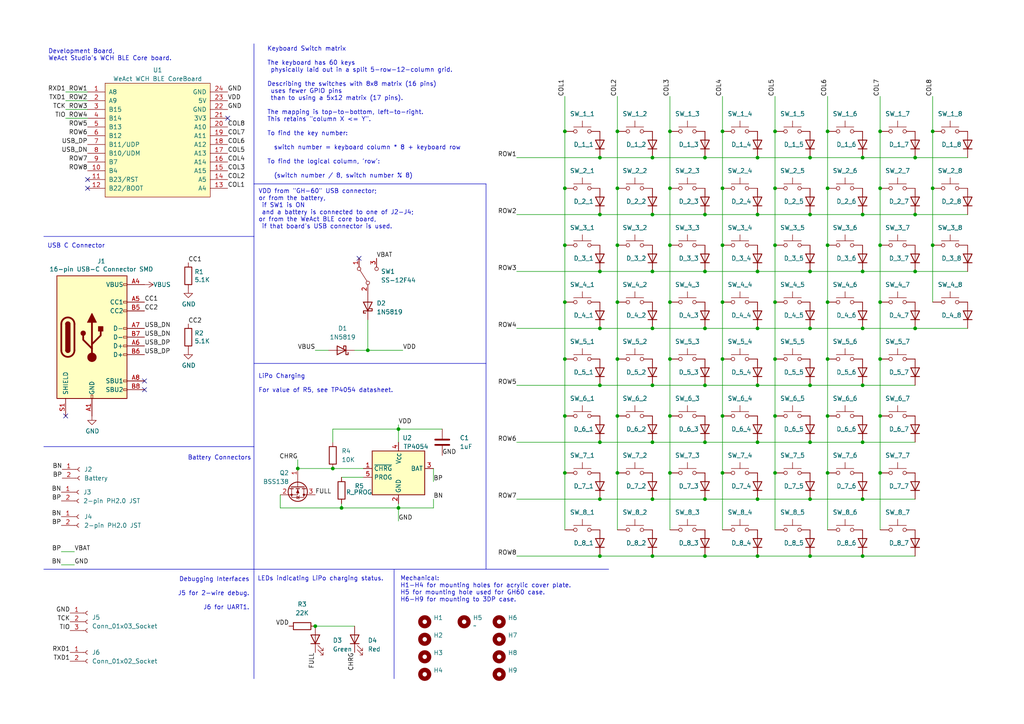
<source format=kicad_sch>
(kicad_sch (version 20250114) (generator "eeschema") (generator_version "9.0")
  (paper "A4")
  (title_block (title "WABBLE-60") (date "2024-06-27") (rev "2024.2") (company "Richard Goulter (github.com/rgoulter)") (comment 3 "Uses WeAct's BLE Core Board") (comment 4 "Keyboard PCB: 60 keys with logical 8x8 grid"))
  (text "LiPo Charging\n\nFor value of R5, see TP4054 datasheet." (at 74.93 114.046 0) (effects (font (size 1.27 1.27)) (justify left bottom)))
  (text "Keyboard Switch matrix\n\nThe keyboard has 60 keys\n physically laid out in a split 5-row-12-column grid.\n\nDescribing the switches with 8x8 matrix (16 pins)\n uses fewer GPIO pins\n than to using a 5x12 matrix (17 pins).\n\nThe mapping is top-to-bottom, left-to-right.\nThis retains \"column X <= Y\".\n\nTo find the key number:\n\n  switch number = keyboard column * 8 + keyboard row\n\nTo find the logical column, 'row':\n\n  (switch number / 8, switch number % 8)" (at 77.47 51.816 0) (effects (font (size 1.27 1.27)) (justify left bottom)))
  (text "Debugging Interfaces\n\nJ5 for 2-wire debug.\n\nJ6 for UART1." (at 72.39 177.038 0) (effects (font (size 1.27 1.27)) (justify right bottom)))
  (text "LEDs indicating LiPo charging status." (at 74.676 168.656 0) (effects (font (size 1.27 1.27)) (justify left bottom)))
  (text "Battery Connectors" (at 72.898 133.604 0) (effects (font (size 1.27 1.27)) (justify right bottom)))
  (text "USB C Connector" (at 30.48 72.136 0) (effects (font (size 1.27 1.27)) (justify right bottom)))
  (text "VDD from \"GH-60\" USB connector;\nor from the battery,\n if SW1 is ON\n and a battery is connected to one of J2-J4;\nor from the WeAct BLE core board,\n if that board's USB connector is used." (at 74.93 66.548 0) (effects (font (size 1.27 1.27)) (justify left bottom)))
  (text "Development Board,\nWeAct Studio's WCH BLE Core board." (at 13.97 17.78 0) (effects (font (size 1.27 1.27)) (justify left bottom)))
  (text "Mechanical:\nH1-H4 for mounting holes for acrylic cover plate.\nH5 for mounting hole used for GH60 case.\nH6-H9 for mounting to 3DP case." (at 116.078 174.752 0) (effects (font (size 1.27 1.27)) (justify left bottom)))
  (junction (at 173.99 111.76))
  (junction (at 270.51 38.1))
  (junction (at 234.95 161.29))
  (junction (at 96.52 135.89))
  (junction (at 163.83 71.12))
  (junction (at 234.95 78.74))
  (junction (at 234.95 95.25))
  (junction (at 163.83 38.1))
  (junction (at 204.47 144.78))
  (junction (at 219.71 62.23))
  (junction (at 255.27 87.63))
  (junction (at 250.19 78.74))
  (junction (at 209.55 71.12))
  (junction (at 173.99 128.27))
  (junction (at 209.55 120.65))
  (junction (at 270.51 54.61))
  (junction (at 163.83 87.63))
  (junction (at 234.95 144.78))
  (junction (at 250.19 111.76))
  (junction (at 234.95 45.72))
  (junction (at 189.23 161.29))
  (junction (at 240.03 71.12))
  (junction (at 224.79 87.63))
  (junction (at 209.55 137.16))
  (junction (at 204.47 161.29))
  (junction (at 255.27 120.65))
  (junction (at 173.99 45.72))
  (junction (at 204.47 111.76))
  (junction (at 255.27 54.61))
  (junction (at 189.23 62.23))
  (junction (at 250.19 95.25))
  (junction (at 255.27 137.16))
  (junction (at 250.19 144.78))
  (junction (at 189.23 95.25))
  (junction (at 204.47 128.27))
  (junction (at 209.55 54.61))
  (junction (at 163.83 137.16))
  (junction (at 204.47 95.25))
  (junction (at 265.43 78.74))
  (junction (at 224.79 120.65))
  (junction (at 163.83 120.65))
  (junction (at 115.57 147.32))
  (junction (at 224.79 71.12))
  (junction (at 86.36 135.89))
  (junction (at 173.99 144.78))
  (junction (at 234.95 128.27))
  (junction (at 234.95 62.23))
  (junction (at 224.79 38.1))
  (junction (at 194.31 54.61))
  (junction (at 219.71 161.29))
  (junction (at 255.27 38.1))
  (junction (at 115.57 124.46))
  (junction (at 179.07 104.14))
  (junction (at 219.71 144.78))
  (junction (at 234.95 111.76))
  (junction (at 250.19 128.27))
  (junction (at 265.43 45.72))
  (junction (at 224.79 137.16))
  (junction (at 189.23 144.78))
  (junction (at 219.71 78.74))
  (junction (at 209.55 38.1))
  (junction (at 250.19 62.23))
  (junction (at 99.06 147.32))
  (junction (at 219.71 111.76))
  (junction (at 204.47 62.23))
  (junction (at 265.43 95.25))
  (junction (at 250.19 161.29))
  (junction (at 194.31 120.65))
  (junction (at 255.27 104.14))
  (junction (at 179.07 38.1))
  (junction (at 173.99 95.25))
  (junction (at 163.83 104.14))
  (junction (at 189.23 128.27))
  (junction (at 173.99 78.74))
  (junction (at 270.51 71.12))
  (junction (at 179.07 137.16))
  (junction (at 265.43 62.23))
  (junction (at 240.03 38.1))
  (junction (at 209.55 104.14))
  (junction (at 219.71 45.72))
  (junction (at 250.19 45.72))
  (junction (at 179.07 54.61))
  (junction (at 224.79 54.61))
  (junction (at 91.44 181.61))
  (junction (at 219.71 95.25))
  (junction (at 240.03 104.14))
  (junction (at 255.27 71.12))
  (junction (at 194.31 137.16))
  (junction (at 163.83 54.61))
  (junction (at 204.47 45.72))
  (junction (at 204.47 78.74))
  (junction (at 189.23 45.72))
  (junction (at 240.03 120.65))
  (junction (at 219.71 128.27))
  (junction (at 189.23 111.76))
  (junction (at 173.99 62.23))
  (junction (at 209.55 87.63))
  (junction (at 179.07 87.63))
  (junction (at 179.07 120.65))
  (junction (at 240.03 54.61))
  (junction (at 194.31 71.12))
  (junction (at 194.31 87.63))
  (junction (at 240.03 87.63))
  (junction (at 189.23 78.74))
  (junction (at 240.03 137.16))
  (junction (at 194.31 104.14))
  (junction (at 106.68 101.6))
  (junction (at 194.31 38.1))
  (junction (at 179.07 71.12))
  (junction (at 224.79 104.14))
  (junction (at 173.99 161.29))
  (no_connect (at 19.05 120.65))
  (no_connect (at 41.91 110.49))
  (no_connect (at 66.04 34.29))
  (no_connect (at 104.14 74.93))
  (no_connect (at 25.4 52.07))
  (no_connect (at 25.4 54.61))
  (no_connect (at 41.91 113.03))
  (wire (pts (xy 270.51 54.61) (xy 270.51 71.12)))
  (wire (pts (xy 224.79 38.1) (xy 224.79 54.61)))
  (wire (pts (xy 115.57 123.19) (xy 115.57 124.46)))
  (wire (pts (xy 219.71 128.27) (xy 204.47 128.27)))
  (wire (pts (xy 91.44 181.61) (xy 102.87 181.61)))
  (wire (pts (xy 179.07 137.16) (xy 179.07 153.67)))
  (wire (pts (xy 270.51 71.12) (xy 270.51 87.63)))
  (wire (pts (xy 194.31 54.61) (xy 194.31 71.12)))
  (wire (pts (xy 105.41 138.43) (xy 99.06 138.43)))
  (wire (pts (xy 265.43 144.78) (xy 250.19 144.78)))
  (wire (pts (xy 219.71 95.25) (xy 204.47 95.25)))
  (wire (pts (xy 209.55 104.14) (xy 209.55 120.65)))
  (wire (pts (xy 163.83 54.61) (xy 163.83 71.12)))
  (wire (pts (xy 179.07 54.61) (xy 179.07 71.12)))
  (polyline (pts (xy 73.66 129.54) (xy 73.66 165.1)))
  (wire (pts (xy 96.52 135.89) (xy 105.41 135.89)))
  (wire (pts (xy 17.78 163.83) (xy 21.59 163.83)))
  (wire (pts (xy 115.57 124.46) (xy 128.27 124.46)))
  (wire (pts (xy 255.27 38.1) (xy 255.27 54.61)))
  (wire (pts (xy 209.55 71.12) (xy 209.55 87.63)))
  (wire (pts (xy 234.95 78.74) (xy 250.19 78.74)))
  (wire (pts (xy 265.43 128.27) (xy 250.19 128.27)))
  (polyline (pts (xy 73.66 12.7) (xy 73.66 53.34)))
  (wire (pts (xy 265.43 111.76) (xy 250.19 111.76)))
  (wire (pts (xy 189.23 95.25) (xy 173.99 95.25)))
  (wire (pts (xy 204.47 111.76) (xy 189.23 111.76)))
  (wire (pts (xy 149.86 144.78) (xy 173.99 144.78)))
  (wire (pts (xy 179.07 87.63) (xy 179.07 104.14)))
  (polyline (pts (xy 73.66 53.34) (xy 73.66 68.58)))
  (polyline (pts (xy 140.97 165.1) (xy 176.53 165.1)))
  (polyline (pts (xy 73.66 105.41) (xy 140.97 105.41)))
  (wire (pts (xy 265.43 161.29) (xy 250.19 161.29)))
  (wire (pts (xy 106.68 101.6) (xy 106.68 92.71)))
  (wire (pts (xy 234.95 62.23) (xy 250.19 62.23)))
  (wire (pts (xy 234.95 62.23) (xy 219.71 62.23)))
  (wire (pts (xy 163.83 38.1) (xy 163.83 54.61)))
  (wire (pts (xy 194.31 87.63) (xy 194.31 104.14)))
  (wire (pts (xy 240.03 137.16) (xy 240.03 153.67)))
  (wire (pts (xy 173.99 62.23) (xy 189.23 62.23)))
  (wire (pts (xy 163.83 120.65) (xy 163.83 137.16)))
  (wire (pts (xy 19.05 26.67) (xy 25.4 26.67)))
  (polyline (pts (xy 73.66 68.58) (xy 12.7 68.58)))
  (wire (pts (xy 224.79 54.61) (xy 224.79 71.12)))
  (wire (pts (xy 280.67 95.25) (xy 265.43 95.25)))
  (wire (pts (xy 250.19 45.72) (xy 265.43 45.72)))
  (wire (pts (xy 250.19 128.27) (xy 234.95 128.27)))
  (wire (pts (xy 173.99 111.76) (xy 149.86 111.76)))
  (wire (pts (xy 255.27 104.14) (xy 255.27 120.65)))
  (wire (pts (xy 219.71 45.72) (xy 234.95 45.72)))
  (wire (pts (xy 179.07 38.1) (xy 179.07 54.61)))
  (polyline (pts (xy 73.66 68.58) (xy 73.66 129.54)))
  (wire (pts (xy 204.47 45.72) (xy 219.71 45.72)))
  (wire (pts (xy 189.23 111.76) (xy 173.99 111.76)))
  (wire (pts (xy 204.47 78.74) (xy 219.71 78.74)))
  (wire (pts (xy 204.47 62.23) (xy 219.71 62.23)))
  (wire (pts (xy 234.95 128.27) (xy 219.71 128.27)))
  (wire (pts (xy 204.47 128.27) (xy 189.23 128.27)))
  (wire (pts (xy 204.47 95.25) (xy 189.23 95.25)))
  (wire (pts (xy 102.87 101.6) (xy 106.68 101.6)))
  (wire (pts (xy 179.07 104.14) (xy 179.07 120.65)))
  (wire (pts (xy 204.47 161.29) (xy 189.23 161.29)))
  (wire (pts (xy 219.71 161.29) (xy 204.47 161.29)))
  (wire (pts (xy 209.55 87.63) (xy 209.55 104.14)))
  (wire (pts (xy 19.05 29.21) (xy 25.4 29.21)))
  (wire (pts (xy 179.07 120.65) (xy 179.07 137.16)))
  (wire (pts (xy 265.43 95.25) (xy 250.19 95.25)))
  (wire (pts (xy 250.19 62.23) (xy 265.43 62.23)))
  (wire (pts (xy 173.99 95.25) (xy 149.86 95.25)))
  (wire (pts (xy 99.06 147.32) (xy 115.57 147.32)))
  (wire (pts (xy 189.23 161.29) (xy 173.99 161.29)))
  (wire (pts (xy 115.57 124.46) (xy 96.52 124.46)))
  (wire (pts (xy 189.23 128.27) (xy 173.99 128.27)))
  (wire (pts (xy 240.03 27.94) (xy 240.03 38.1)))
  (wire (pts (xy 86.36 135.89) (xy 96.52 135.89)))
  (wire (pts (xy 194.31 137.16) (xy 194.31 153.67)))
  (wire (pts (xy 106.68 101.6) (xy 116.84 101.6)))
  (wire (pts (xy 209.55 27.94) (xy 209.55 38.1)))
  (wire (pts (xy 194.31 38.1) (xy 194.31 54.61)))
  (polyline (pts (xy 12.7 165.1) (xy 73.66 165.1)))
  (wire (pts (xy 255.27 27.94) (xy 255.27 38.1)))
  (wire (pts (xy 250.19 95.25) (xy 234.95 95.25)))
  (wire (pts (xy 179.07 27.94) (xy 179.07 38.1)))
  (wire (pts (xy 91.44 101.6) (xy 95.25 101.6)))
  (wire (pts (xy 240.03 87.63) (xy 240.03 104.14)))
  (wire (pts (xy 204.47 144.78) (xy 189.23 144.78)))
  (polyline (pts (xy 73.66 53.34) (xy 140.97 53.34)))
  (wire (pts (xy 19.05 34.29) (xy 25.4 34.29)))
  (wire (pts (xy 149.86 128.27) (xy 173.99 128.27)))
  (wire (pts (xy 219.71 144.78) (xy 204.47 144.78)))
  (wire (pts (xy 255.27 137.16) (xy 255.27 153.67)))
  (wire (pts (xy 96.52 124.46) (xy 96.52 128.27)))
  (wire (pts (xy 209.55 54.61) (xy 209.55 71.12)))
  (wire (pts (xy 255.27 54.61) (xy 255.27 71.12)))
  (wire (pts (xy 250.19 45.72) (xy 234.95 45.72)))
  (wire (pts (xy 163.83 71.12) (xy 163.83 87.63)))
  (wire (pts (xy 234.95 111.76) (xy 250.19 111.76)))
  (wire (pts (xy 234.95 111.76) (xy 219.71 111.76)))
  (wire (pts (xy 209.55 137.16) (xy 209.55 153.67)))
  (wire (pts (xy 250.19 161.29) (xy 234.95 161.29)))
  (wire (pts (xy 194.31 71.12) (xy 194.31 87.63)))
  (wire (pts (xy 240.03 71.12) (xy 240.03 87.63)))
  (wire (pts (xy 163.83 104.14) (xy 163.83 120.65)))
  (polyline (pts (xy 73.66 165.1) (xy 140.97 165.1)))
  (wire (pts (xy 81.28 147.32) (xy 81.28 143.51)))
  (wire (pts (xy 255.27 87.63) (xy 255.27 104.14)))
  (polyline (pts (xy 73.66 165.1) (xy 73.66 196.85)))
  (wire (pts (xy 125.73 135.89) (xy 125.73 139.7)))
  (wire (pts (xy 240.03 54.61) (xy 240.03 71.12)))
  (wire (pts (xy 224.79 104.14) (xy 224.79 120.65)))
  (wire (pts (xy 163.83 27.94) (xy 163.83 38.1)))
  (wire (pts (xy 224.79 137.16) (xy 224.79 153.67)))
  (wire (pts (xy 240.03 104.14) (xy 240.03 120.65)))
  (wire (pts (xy 81.28 147.32) (xy 99.06 147.32)))
  (wire (pts (xy 194.31 120.65) (xy 194.31 137.16)))
  (wire (pts (xy 19.05 31.75) (xy 25.4 31.75)))
  (wire (pts (xy 250.19 144.78) (xy 234.95 144.78)))
  (wire (pts (xy 209.55 120.65) (xy 209.55 137.16)))
  (wire (pts (xy 163.83 137.16) (xy 163.83 153.67)))
  (wire (pts (xy 115.57 147.32) (xy 125.73 147.32)))
  (wire (pts (xy 270.51 38.1) (xy 270.51 54.61)))
  (wire (pts (xy 86.36 133.35) (xy 86.36 135.89)))
  (polyline (pts (xy 140.97 53.34) (xy 140.97 165.1)))
  (wire (pts (xy 265.43 62.23) (xy 280.67 62.23)))
  (wire (pts (xy 189.23 45.72) (xy 204.47 45.72)))
  (wire (pts (xy 265.43 78.74) (xy 280.67 78.74)))
  (wire (pts (xy 219.71 78.74) (xy 234.95 78.74)))
  (wire (pts (xy 173.99 45.72) (xy 189.23 45.72)))
  (wire (pts (xy 265.43 45.72) (xy 280.67 45.72)))
  (wire (pts (xy 270.51 27.94) (xy 270.51 38.1)))
  (wire (pts (xy 250.19 78.74) (xy 265.43 78.74)))
  (wire (pts (xy 194.31 104.14) (xy 194.31 120.65)))
  (wire (pts (xy 234.95 144.78) (xy 219.71 144.78)))
  (wire (pts (xy 240.03 120.65) (xy 240.03 137.16)))
  (wire (pts (xy 209.55 38.1) (xy 209.55 54.61)))
  (wire (pts (xy 115.57 147.32) (xy 115.57 146.05)))
  (wire (pts (xy 240.03 38.1) (xy 240.03 54.61)))
  (wire (pts (xy 189.23 62.23) (xy 204.47 62.23)))
  (wire (pts (xy 219.71 111.76) (xy 204.47 111.76)))
  (polyline (pts (xy 73.66 129.54) (xy 12.7 129.54)))
  (wire (pts (xy 189.23 144.78) (xy 173.99 144.78)))
  (wire (pts (xy 173.99 78.74) (xy 149.86 78.74)))
  (wire (pts (xy 189.23 78.74) (xy 204.47 78.74)))
  (wire (pts (xy 125.73 144.78) (xy 125.73 147.32)))
  (wire (pts (xy 163.83 87.63) (xy 163.83 104.14)))
  (wire (pts (xy 173.99 62.23) (xy 149.86 62.23)))
  (wire (pts (xy 255.27 120.65) (xy 255.27 137.16)))
  (wire (pts (xy 173.99 45.72) (xy 149.86 45.72)))
  (wire (pts (xy 17.78 160.02) (xy 21.59 160.02)))
  (wire (pts (xy 234.95 161.29) (xy 219.71 161.29)))
  (polyline (pts (xy 114.3 165.1) (xy 114.3 196.85)))
  (wire (pts (xy 179.07 71.12) (xy 179.07 87.63)))
  (wire (pts (xy 194.31 27.94) (xy 194.31 38.1)))
  (wire (pts (xy 224.79 120.65) (xy 224.79 137.16)))
  (wire (pts (xy 234.95 95.25) (xy 219.71 95.25)))
  (wire (pts (xy 224.79 87.63) (xy 224.79 104.14)))
  (wire (pts (xy 99.06 146.05) (xy 99.06 147.32)))
  (wire (pts (xy 224.79 71.12) (xy 224.79 87.63)))
  (wire (pts (xy 255.27 71.12) (xy 255.27 87.63)))
  (wire (pts (xy 224.79 27.94) (xy 224.79 38.1)))
  (wire (pts (xy 115.57 147.32) (xy 115.57 151.13)))
  (wire (pts (xy 173.99 78.74) (xy 189.23 78.74)))
  (wire (pts (xy 149.86 161.29) (xy 173.99 161.29)))
  (wire (pts (xy 115.57 124.46) (xy 115.57 128.27)))
  (label "FULL" (at 91.44 143.51 0))
  (label "COL8" (at 270.51 27.94 90))
  (label "USB_DP" (at 41.91 102.87 0))
  (label "ROW8" (at 149.86 161.29 180))
  (label "CC2" (at 54.61 93.98 0))
  (label "COL1" (at 163.83 27.94 90))
  (label "BP" (at 125.73 139.7 0))
  (label "COL3" (at 194.31 27.94 90))
  (label "ROW5" (at 149.86 111.76 180))
  (label "GND" (at 66.04 26.67 0))
  (label "CC1" (at 41.91 87.63 0))
  (label "ROW5" (at 25.4 36.83 180))
  (label "USB_DN" (at 25.4 44.45 180))
  (label "COL5" (at 224.79 27.94 90))
  (label "ROW3" (at 25.4 31.75 180))
  (label "VDD" (at 115.57 123.19 0))
  (label "ROW7" (at 149.86 144.78 180))
  (label "VBAT" (at 109.22 74.93 0))
  (label "RXD1" (at 19.05 26.67 180))
  (label "BP" (at 18.034 138.684 180))
  (label "VBAT" (at 21.59 160.02 0))
  (label "GND" (at 20.32 177.8 180))
  (label "COL1" (at 66.04 54.61 0))
  (label "VBUS" (at 91.44 101.6 180))
  (label "CHRG" (at 86.36 133.35 180))
  (label "TXD1" (at 20.32 191.77 180))
  (label "ROW3" (at 149.86 78.74 180))
  (label "TCK" (at 20.32 180.34 180))
  (label "COL4" (at 209.55 27.94 90))
  (label "ROW2" (at 149.86 62.23 180))
  (label "USB_DP" (at 25.4 41.91 180))
  (label "RXD1" (at 20.32 189.23 180))
  (label "ROW6" (at 25.4 39.37 180))
  (label "ROW2" (at 25.4 29.21 180))
  (label "TIO" (at 20.32 182.88 180))
  (label "COL7" (at 66.04 39.37 0))
  (label "BP" (at 17.78 152.4 180))
  (label "BP" (at 17.78 145.288 180))
  (label "COL4" (at 66.04 46.99 0))
  (label "GND" (at 128.27 132.08 0))
  (label "BN" (at 17.78 142.748 180))
  (label "ROW8" (at 25.4 49.53 180))
  (label "GND" (at 115.57 151.13 0))
  (label "USB_DN" (at 41.91 95.25 0))
  (label "FULL" (at 91.44 189.23 270))
  (label "USB_DN" (at 41.91 97.79 0))
  (label "CC2" (at 41.91 90.17 0))
  (label "ROW1" (at 25.4 26.67 180))
  (label "VDD" (at 83.82 181.61 180))
  (label "CC1" (at 54.61 76.2 0))
  (label "TCK" (at 19.05 31.75 180))
  (label "VDD" (at 116.84 101.6 0))
  (label "BN" (at 18.034 136.144 180))
  (label "COL2" (at 66.04 52.07 0))
  (label "GND" (at 66.04 31.75 0))
  (label "COL6" (at 66.04 41.91 0))
  (label "CHRG" (at 102.87 189.23 270))
  (label "ROW4" (at 25.4 34.29 180))
  (label "BN" (at 125.73 144.78 0))
  (label "GND" (at 21.59 163.83 0))
  (label "ROW7" (at 25.4 46.99 180))
  (label "TXD1" (at 19.05 29.21 180))
  (label "COL3" (at 66.04 49.53 0))
  (label "VDD" (at 66.04 29.21 0))
  (label "ROW4" (at 149.86 95.25 180))
  (label "USB_DP" (at 41.91 100.33 0))
  (label "ROW6" (at 149.86 128.27 180))
  (label "TIO" (at 19.05 34.29 180))
  (label "COL5" (at 66.04 44.45 0))
  (label "ROW1" (at 149.86 45.72 180))
  (label "BP" (at 17.78 160.02 180))
  (label "COL8" (at 66.04 36.83 0))
  (label "COL2" (at 179.07 27.94 90))
  (label "COL6" (at 240.03 27.94 90))
  (label "BN" (at 17.78 149.86 180))
  (label "BN" (at 17.78 163.83 180))
  (label "COL7" (at 255.27 27.94 90))
  (symbol (lib_id "Switch:SW_Push") (at 168.91 38.1 0) (unit 1)
    (property "Reference" "SW_1_1" (at 168.91 33.02 0))
    (property "Value" "MX-compatible" (effects (hide yes)))
    (property "Footprint" "ProjectLocal:SW_Cherry_MX_PCB_1.00u_BSilkRef" (effects (hide yes)))
    (property "Description" "Mechanical Keyboard Switch" (effects (hide yes)))
  )
  (symbol (lib_id "Mechanical:MountingHole") (at 123.19 180.34 0) (unit 1)
    (property "Reference" "H1" (at 125.73 179.1716 0) (effects (justify left)))
    (property "Value" "M2 16mm Spacer" (effects (hide yes)))
    (property "Footprint" "MountingHole:MountingHole_2.2mm_M2_DIN965_Pad" (effects (hide yes)))
    (property "Description" "Acrylic Cover Mounting Hole" (effects (hide yes)))
  )
  (symbol (lib_id "Mechanical:MountingHole") (at 123.19 185.42 0) (unit 1)
    (property "Reference" "H2" (at 125.73 184.2516 0) (effects (justify left)))
    (property "Value" "M2 16mm Spacer" (effects (hide yes)))
    (property "Footprint" "MountingHole:MountingHole_2.2mm_M2_DIN965_Pad" (effects (hide yes)))
    (property "Description" "Acrylic Cover Mounting Hole" (effects (hide yes)))
  )
  (symbol (lib_id "Mechanical:MountingHole") (at 123.19 190.5 0) (unit 1)
    (property "Reference" "H3" (at 125.73 189.3316 0) (effects (justify left)))
    (property "Value" "M2 16mm Spacer" (effects (hide yes)))
    (property "Footprint" "MountingHole:MountingHole_2.2mm_M2_DIN965_Pad" (effects (hide yes)))
    (property "Description" "Acrylic Cover Mounting Hole" (effects (hide yes)))
  )
  (symbol (lib_id "Mechanical:MountingHole") (at 123.19 195.58 0) (unit 1)
    (property "Reference" "H4" (at 125.73 194.4116 0) (effects (justify left)))
    (property "Value" "M2 16mm Spacer" (effects (hide yes)))
    (property "Footprint" "MountingHole:MountingHole_2.2mm_M2_DIN965_Pad" (effects (hide yes)))
    (property "Description" "Acrylic Cover Mounting Hole" (effects (hide yes)))
  )
  (symbol (lib_id "Mechanical:MountingHole") (at 134.62 180.34 0) (unit 1)
    (property "Reference" "H5" (at 137.16 179.1716 0) (effects (justify left)))
    (property "Value" "~" (at 137.16 181.483 0) (effects (justify left)))
    (property "Footprint" "ProjectLocal:H_M2_Spacer_Hole" (effects (hide yes)))
    (property "Description" "GH-60 Case Mounting Hole" (effects (hide yes)))
  )
  (symbol (lib_id "Connector:USB_C_Receptacle_USB2.0") (at 26.67 97.79 0) (unit 1)
    (property "Reference" "J1" (at 29.3878 75.7682 0))
    (property "Value" "16-pin USB-C Connector SMD" (at 29.3878 78.0796 0))
    (property "Footprint" "Connector_USB:USB_C_Receptacle_XKB_U262-16XN-4BVC11" (effects (hide yes)))
    (property "Datasheet" "https://www.usb.org/sites/default/files/documents/usb_type-c.zip" (effects (hide yes)))
    (property "Description" "USB-C Connector" (effects (hide yes)))
  )
  (symbol (lib_id "Device:R") (at 54.61 80.01 0) (unit 1)
    (property "Reference" "R1" (at 56.388 78.8416 0) (effects (justify left)))
    (property "Value" "5.1K" (at 56.388 81.153 0) (effects (justify left)))
    (property "Footprint" "ProjectLocal:Resistor-Hybrid" (effects (hide yes)))
    (property "Description" "Resistor (1/4W through-hole, or 0805)" (effects (hide yes)))
  )
  (symbol (lib_id "Device:R") (at 54.61 97.79 0) (unit 1)
    (property "Reference" "R2" (at 56.388 96.6216 0) (effects (justify left)))
    (property "Value" "5.1K" (at 56.388 98.933 0) (effects (justify left)))
    (property "Footprint" "ProjectLocal:Resistor-Hybrid" (effects (hide yes)))
    (property "Description" "Resistor (1/4W through-hole, or 0805)" (effects (hide yes)))
  )
  (symbol (lib_id "power:GND") (at 26.67 120.65 0) (unit 1)
    (property "Reference" "#PWR0101" (effects (hide yes)))
    (property "Value" "GND" (at 26.797 125.0442 0))
  )
  (symbol (lib_id "power:VBUS") (at 41.91 82.55 270) (unit 1)
    (property "Reference" "#PWR0102" (effects (hide yes)))
    (property "Value" "VBUS" (at 46.99 82.55 90))
  )
  (symbol (lib_id "power:GND") (at 54.61 83.82 0) (unit 1)
    (property "Reference" "#PWR0104" (effects (hide yes)))
    (property "Value" "GND" (at 54.737 88.2142 0))
  )
  (symbol (lib_id "power:GND") (at 54.61 101.6 0) (unit 1)
    (property "Reference" "#PWR0105" (effects (hide yes)))
    (property "Value" "GND" (at 54.737 105.9942 0))
  )
  (symbol (lib_id "Device:D") (at 173.99 41.91 90) (unit 1)
    (property "Reference" "D_1_1" (at 166.37 41.91 90) (effects (justify right)))
    (property "Value" "1N4148" (effects (hide yes)))
    (property "Footprint" "ProjectLocal:Diode-dual" (effects (hide yes)))
    (property "Description" "Diode (Through-hole or 0805)" (effects (hide yes)))
  )
  (symbol (lib_id "Switch:SW_Push") (at 184.15 38.1 0) (unit 1)
    (property "Reference" "SW_1_2" (at 184.15 33.02 0))
    (property "Value" "MX-compatible" (effects (hide yes)))
    (property "Footprint" "ProjectLocal:SW_Cherry_MX_PCB_1.00u_BSilkRef" (effects (hide yes)))
    (property "Description" "Mechanical Keyboard Switch" (effects (hide yes)))
  )
  (symbol (lib_id "Device:D") (at 189.23 41.91 90) (unit 1)
    (property "Reference" "D_1_2" (at 181.61 41.91 90) (effects (justify right)))
    (property "Value" "1N4148" (effects (hide yes)))
    (property "Footprint" "ProjectLocal:Diode-dual" (effects (hide yes)))
    (property "Description" "Diode (Through-hole or 0805)" (effects (hide yes)))
  )
  (symbol (lib_id "Switch:SW_Push") (at 199.39 38.1 0) (unit 1)
    (property "Reference" "SW_1_3" (at 199.39 33.02 0))
    (property "Value" "MX-compatible" (effects (hide yes)))
    (property "Footprint" "ProjectLocal:SW_Cherry_MX_PCB_1.00u_BSilkRef" (effects (hide yes)))
    (property "Description" "Mechanical Keyboard Switch" (effects (hide yes)))
  )
  (symbol (lib_id "Switch:SW_Push") (at 214.63 38.1 0) (unit 1)
    (property "Reference" "SW_1_4" (at 214.63 33.02 0))
    (property "Value" "MX-compatible" (effects (hide yes)))
    (property "Footprint" "ProjectLocal:SW_Cherry_MX_PCB_1.00u_BSilkRef" (effects (hide yes)))
    (property "Description" "Mechanical Keyboard Switch" (effects (hide yes)))
  )
  (symbol (lib_id "Switch:SW_Push") (at 229.87 38.1 0) (unit 1)
    (property "Reference" "SW_1_5" (at 229.87 33.02 0))
    (property "Value" "MX-compatible" (effects (hide yes)))
    (property "Footprint" "ProjectLocal:SW_Cherry_MX_PCB_1.00u_BSilkRef" (effects (hide yes)))
    (property "Description" "Mechanical Keyboard Switch" (effects (hide yes)))
  )
  (symbol (lib_id "Switch:SW_Push") (at 245.11 38.1 0) (unit 1)
    (property "Reference" "SW_1_6" (at 245.11 33.02 0))
    (property "Value" "MX-compatible" (effects (hide yes)))
    (property "Footprint" "ProjectLocal:SW_Cherry_MX_PCB_1.00u_BSilkRef" (effects (hide yes)))
    (property "Description" "Mechanical Keyboard Switch" (effects (hide yes)))
  )
  (symbol (lib_id "Switch:SW_Push") (at 260.35 38.1 0) (unit 1)
    (property "Reference" "SW_1_7" (at 260.35 33.02 0))
    (property "Value" "MX-compatible" (effects (hide yes)))
    (property "Footprint" "ProjectLocal:SW_Cherry_MX_PCB_1.00u_BSilkRef" (effects (hide yes)))
    (property "Description" "Mechanical Keyboard Switch" (effects (hide yes)))
  )
  (symbol (lib_id "Switch:SW_Push") (at 275.59 38.1 0) (unit 1)
    (property "Reference" "SW_1_8" (at 275.59 33.02 0))
    (property "Value" "MX-compatible" (effects (hide yes)))
    (property "Footprint" "ProjectLocal:SW_Cherry_MX_PCB_1.00u_BSilkRef" (effects (hide yes)))
    (property "Description" "Mechanical Keyboard Switch" (effects (hide yes)))
  )
  (symbol (lib_id "Switch:SW_Push") (at 168.91 54.61 0) (unit 1)
    (property "Reference" "SW_2_1" (at 168.91 49.53 0))
    (property "Value" "MX-compatible" (effects (hide yes)))
    (property "Footprint" "ProjectLocal:SW_Cherry_MX_PCB_1.00u_BSilkRef" (effects (hide yes)))
    (property "Description" "Mechanical Keyboard Switch" (effects (hide yes)))
  )
  (symbol (lib_id "Device:D") (at 173.99 58.42 90) (unit 1)
    (property "Reference" "D_2_1" (at 166.37 58.42 90) (effects (justify right)))
    (property "Value" "1N4148" (effects (hide yes)))
    (property "Footprint" "ProjectLocal:Diode-dual" (effects (hide yes)))
    (property "Description" "Diode (Through-hole or 0805)" (effects (hide yes)))
  )
  (symbol (lib_id "Switch:SW_Push") (at 168.91 71.12 0) (unit 1)
    (property "Reference" "SW_3_1" (at 168.91 66.04 0))
    (property "Value" "MX-compatible" (effects (hide yes)))
    (property "Footprint" "ProjectLocal:SW_Cherry_MX_PCB_1.00u_BSilkRef" (effects (hide yes)))
    (property "Description" "Mechanical Keyboard Switch" (effects (hide yes)))
  )
  (symbol (lib_id "Device:D") (at 173.99 74.93 90) (unit 1)
    (property "Reference" "D_3_1" (at 166.37 74.93 90) (effects (justify right)))
    (property "Value" "1N4148" (effects (hide yes)))
    (property "Footprint" "ProjectLocal:Diode-dual" (effects (hide yes)))
    (property "Description" "Diode (Through-hole or 0805)" (effects (hide yes)))
  )
  (symbol (lib_id "Switch:SW_Push") (at 168.91 87.63 0) (unit 1)
    (property "Reference" "SW_4_1" (at 168.91 82.55 0))
    (property "Value" "MX-compatible" (effects (hide yes)))
    (property "Footprint" "ProjectLocal:SW_Cherry_MX_PCB_1.00u_BSilkRef" (effects (hide yes)))
    (property "Description" "Mechanical Keyboard Switch" (effects (hide yes)))
  )
  (symbol (lib_id "Device:D") (at 173.99 91.44 90) (unit 1)
    (property "Reference" "D_4_1" (at 166.37 91.44 90) (effects (justify right)))
    (property "Value" "1N4148" (effects (hide yes)))
    (property "Footprint" "ProjectLocal:Diode-dual" (effects (hide yes)))
    (property "Description" "Diode (Through-hole or 0805)" (effects (hide yes)))
  )
  (symbol (lib_id "Switch:SW_Push") (at 168.91 104.14 0) (unit 1)
    (property "Reference" "SW_5_1" (at 168.91 99.06 0))
    (property "Value" "MX-compatible" (effects (hide yes)))
    (property "Footprint" "ProjectLocal:SW_Cherry_MX_PCB_1.00u_BSilkRef" (effects (hide yes)))
    (property "Description" "Mechanical Keyboard Switch" (effects (hide yes)))
  )
  (symbol (lib_id "Device:D") (at 173.99 107.95 90) (unit 1)
    (property "Reference" "D_5_1" (at 166.37 107.95 90) (effects (justify right)))
    (property "Value" "1N4148" (effects (hide yes)))
    (property "Footprint" "ProjectLocal:Diode-dual" (effects (hide yes)))
    (property "Description" "Diode (Through-hole or 0805)" (effects (hide yes)))
  )
  (symbol (lib_id "Switch:SW_Push") (at 184.15 54.61 0) (unit 1)
    (property "Reference" "SW_2_2" (at 184.15 49.53 0))
    (property "Value" "MX-compatible" (effects (hide yes)))
    (property "Footprint" "ProjectLocal:SW_Cherry_MX_PCB_1.00u_BSilkRef" (effects (hide yes)))
    (property "Description" "Mechanical Keyboard Switch" (effects (hide yes)))
  )
  (symbol (lib_id "Switch:SW_Push") (at 199.39 54.61 0) (unit 1)
    (property "Reference" "SW_2_3" (at 199.39 49.53 0))
    (property "Value" "MX-compatible" (effects (hide yes)))
    (property "Footprint" "ProjectLocal:SW_Cherry_MX_PCB_1.00u_BSilkRef" (effects (hide yes)))
    (property "Description" "Mechanical Keyboard Switch" (effects (hide yes)))
  )
  (symbol (lib_id "Switch:SW_Push") (at 214.63 54.61 0) (unit 1)
    (property "Reference" "SW_2_4" (at 214.63 49.53 0))
    (property "Value" "MX-compatible" (effects (hide yes)))
    (property "Footprint" "ProjectLocal:SW_Cherry_MX_PCB_1.00u_BSilkRef" (effects (hide yes)))
    (property "Description" "Mechanical Keyboard Switch" (effects (hide yes)))
  )
  (symbol (lib_id "Switch:SW_Push") (at 229.87 54.61 0) (unit 1)
    (property "Reference" "SW_2_5" (at 229.87 49.53 0))
    (property "Value" "MX-compatible" (effects (hide yes)))
    (property "Footprint" "ProjectLocal:SW_Cherry_MX_PCB_1.00u_BSilkRef" (effects (hide yes)))
    (property "Description" "Mechanical Keyboard Switch" (effects (hide yes)))
  )
  (symbol (lib_id "Switch:SW_Push") (at 245.11 54.61 0) (unit 1)
    (property "Reference" "SW_2_6" (at 245.11 49.53 0))
    (property "Value" "MX-compatible" (effects (hide yes)))
    (property "Footprint" "ProjectLocal:SW_Cherry_MX_PCB_1.00u_BSilkRef" (effects (hide yes)))
    (property "Description" "Mechanical Keyboard Switch" (effects (hide yes)))
  )
  (symbol (lib_id "Switch:SW_Push") (at 260.35 54.61 0) (unit 1)
    (property "Reference" "SW_2_7" (at 260.35 49.53 0))
    (property "Value" "MX-compatible" (effects (hide yes)))
    (property "Footprint" "ProjectLocal:SW_Cherry_MX_PCB_1.00u_BSilkRef" (effects (hide yes)))
    (property "Description" "Mechanical Keyboard Switch" (effects (hide yes)))
  )
  (symbol (lib_id "Switch:SW_Push") (at 275.59 54.61 0) (unit 1)
    (property "Reference" "SW_2_8" (at 275.59 49.53 0))
    (property "Value" "MX-compatible" (effects (hide yes)))
    (property "Footprint" "ProjectLocal:SW_Cherry_MX_PCB_1.00u_BSilkRef" (effects (hide yes)))
    (property "Description" "Mechanical Keyboard Switch" (effects (hide yes)))
  )
  (symbol (lib_id "Switch:SW_Push") (at 184.15 71.12 0) (unit 1)
    (property "Reference" "SW_3_2" (at 184.15 66.04 0))
    (property "Value" "MX-compatible" (effects (hide yes)))
    (property "Footprint" "ProjectLocal:SW_Cherry_MX_PCB_1.00u_BSilkRef" (effects (hide yes)))
    (property "Description" "Mechanical Keyboard Switch" (effects (hide yes)))
  )
  (symbol (lib_id "Switch:SW_Push") (at 199.39 71.12 0) (unit 1)
    (property "Reference" "SW_3_3" (at 199.39 66.04 0))
    (property "Value" "MX-compatible" (effects (hide yes)))
    (property "Footprint" "ProjectLocal:SW_Cherry_MX_PCB_1.00u_BSilkRef" (effects (hide yes)))
    (property "Description" "Mechanical Keyboard Switch" (effects (hide yes)))
  )
  (symbol (lib_id "Switch:SW_Push") (at 214.63 71.12 0) (unit 1)
    (property "Reference" "SW_3_4" (at 214.63 66.04 0))
    (property "Value" "MX-compatible" (effects (hide yes)))
    (property "Footprint" "ProjectLocal:SW_Cherry_MX_PCB_1.00u_BSilkRef" (effects (hide yes)))
    (property "Description" "Mechanical Keyboard Switch" (effects (hide yes)))
  )
  (symbol (lib_id "Switch:SW_Push") (at 229.87 71.12 0) (unit 1)
    (property "Reference" "SW_3_5" (at 229.87 66.04 0))
    (property "Value" "MX-compatible" (effects (hide yes)))
    (property "Footprint" "ProjectLocal:SW_Cherry_MX_PCB_1.00u_BSilkRef" (effects (hide yes)))
    (property "Description" "Mechanical Keyboard Switch" (effects (hide yes)))
  )
  (symbol (lib_id "Switch:SW_Push") (at 245.11 71.12 0) (unit 1)
    (property "Reference" "SW_3_6" (at 245.11 66.04 0))
    (property "Value" "MX-compatible" (effects (hide yes)))
    (property "Footprint" "ProjectLocal:SW_Cherry_MX_PCB_1.00u_BSilkRef" (effects (hide yes)))
    (property "Description" "Mechanical Keyboard Switch" (effects (hide yes)))
  )
  (symbol (lib_id "Switch:SW_Push") (at 260.35 71.12 0) (unit 1)
    (property "Reference" "SW_3_7" (at 260.35 66.04 0))
    (property "Value" "MX-compatible" (effects (hide yes)))
    (property "Footprint" "ProjectLocal:SW_Cherry_MX_PCB_1.00u_BSilkRef" (effects (hide yes)))
    (property "Description" "Mechanical Keyboard Switch" (effects (hide yes)))
  )
  (symbol (lib_id "Switch:SW_Push") (at 275.59 71.12 0) (unit 1)
    (property "Reference" "SW_3_8" (at 275.59 66.04 0))
    (property "Value" "MX-compatible" (effects (hide yes)))
    (property "Footprint" "ProjectLocal:SW_Cherry_MX_PCB_1.00u_BSilkRef" (effects (hide yes)))
    (property "Description" "Mechanical Keyboard Switch" (effects (hide yes)))
  )
  (symbol (lib_id "Switch:SW_Push") (at 184.15 87.63 0) (unit 1)
    (property "Reference" "SW_4_2" (at 184.15 82.55 0))
    (property "Value" "MX-compatible" (effects (hide yes)))
    (property "Footprint" "ProjectLocal:SW_Cherry_MX_PCB_1.00u_BSilkRef" (effects (hide yes)))
    (property "Description" "Mechanical Keyboard Switch" (effects (hide yes)))
  )
  (symbol (lib_id "Switch:SW_Push") (at 199.39 87.63 0) (unit 1)
    (property "Reference" "SW_4_3" (at 199.39 82.55 0))
    (property "Value" "MX-compatible" (effects (hide yes)))
    (property "Footprint" "ProjectLocal:SW_Cherry_MX_PCB_1.00u_BSilkRef" (effects (hide yes)))
    (property "Description" "Mechanical Keyboard Switch" (effects (hide yes)))
  )
  (symbol (lib_id "Switch:SW_Push") (at 214.63 87.63 0) (unit 1)
    (property "Reference" "SW_4_4" (at 214.63 82.55 0))
    (property "Value" "MX-compatible" (effects (hide yes)))
    (property "Footprint" "ProjectLocal:SW_Cherry_MX_PCB_1.00u_BSilkRef" (effects (hide yes)))
    (property "Description" "Mechanical Keyboard Switch" (effects (hide yes)))
  )
  (symbol (lib_id "Switch:SW_Push") (at 229.87 87.63 0) (unit 1)
    (property "Reference" "SW_4_5" (at 229.87 82.55 0))
    (property "Value" "MX-compatible" (effects (hide yes)))
    (property "Footprint" "ProjectLocal:SW_Cherry_MX_PCB_1.00u_BSilkRef" (effects (hide yes)))
    (property "Description" "Mechanical Keyboard Switch" (effects (hide yes)))
  )
  (symbol (lib_id "Switch:SW_Push") (at 245.11 87.63 0) (unit 1)
    (property "Reference" "SW_4_6" (at 245.11 82.55 0))
    (property "Value" "MX-compatible" (effects (hide yes)))
    (property "Footprint" "ProjectLocal:SW_Cherry_MX_PCB_1.00u_BSilkRef" (effects (hide yes)))
    (property "Description" "Mechanical Keyboard Switch" (effects (hide yes)))
  )
  (symbol (lib_id "Switch:SW_Push") (at 260.35 87.63 0) (unit 1)
    (property "Reference" "SW_4_7" (at 260.35 82.55 0))
    (property "Value" "MX-compatible" (effects (hide yes)))
    (property "Footprint" "ProjectLocal:SW_Cherry_MX_PCB_1.00u_BSilkRef" (effects (hide yes)))
    (property "Description" "Mechanical Keyboard Switch" (effects (hide yes)))
  )
  (symbol (lib_id "Switch:SW_Push") (at 275.59 87.63 0) (unit 1)
    (property "Reference" "SW_4_8" (at 275.59 82.55 0))
    (property "Value" "MX-compatible" (effects (hide yes)))
    (property "Footprint" "ProjectLocal:SW_Cherry_MX_PCB_1.00u_BSilkRef" (effects (hide yes)))
    (property "Description" "Mechanical Keyboard Switch" (effects (hide yes)))
  )
  (symbol (lib_id "Switch:SW_Push") (at 184.15 104.14 0) (unit 1)
    (property "Reference" "SW_5_2" (at 184.15 99.06 0))
    (property "Value" "MX-compatible" (effects (hide yes)))
    (property "Footprint" "ProjectLocal:SW_Cherry_MX_PCB_1.00u_BSilkRef" (effects (hide yes)))
    (property "Description" "Mechanical Keyboard Switch" (effects (hide yes)))
  )
  (symbol (lib_id "Switch:SW_Push") (at 199.39 104.14 0) (unit 1)
    (property "Reference" "SW_5_3" (at 199.39 99.06 0))
    (property "Value" "MX-compatible" (effects (hide yes)))
    (property "Footprint" "ProjectLocal:SW_Cherry_MX_PCB_1.00u_BSilkRef" (effects (hide yes)))
    (property "Description" "Mechanical Keyboard Switch" (effects (hide yes)))
  )
  (symbol (lib_id "Switch:SW_Push") (at 214.63 104.14 0) (unit 1)
    (property "Reference" "SW_5_4" (at 214.63 99.06 0))
    (property "Value" "MX-compatible" (effects (hide yes)))
    (property "Footprint" "ProjectLocal:SW_Cherry_MX_PCB_1.00u_BSilkRef" (effects (hide yes)))
    (property "Description" "Mechanical Keyboard Switch" (effects (hide yes)))
  )
  (symbol (lib_id "Switch:SW_Push") (at 229.87 104.14 0) (unit 1)
    (property "Reference" "SW_5_5" (at 229.87 99.06 0))
    (property "Value" "MX-compatible" (effects (hide yes)))
    (property "Footprint" "ProjectLocal:SW_Cherry_MX_PCB_1.00u_BSilkRef" (effects (hide yes)))
    (property "Description" "Mechanical Keyboard Switch" (effects (hide yes)))
  )
  (symbol (lib_id "Switch:SW_Push") (at 245.11 104.14 0) (unit 1)
    (property "Reference" "SW_5_6" (at 245.11 99.06 0))
    (property "Value" "MX-compatible" (effects (hide yes)))
    (property "Footprint" "ProjectLocal:SW_Cherry_MX_PCB_1.00u_BSilkRef" (effects (hide yes)))
    (property "Description" "Mechanical Keyboard Switch" (effects (hide yes)))
  )
  (symbol (lib_id "Switch:SW_Push") (at 260.35 104.14 0) (unit 1)
    (property "Reference" "SW_5_7" (at 260.35 99.06 0))
    (property "Value" "MX-compatible" (effects (hide yes)))
    (property "Footprint" "ProjectLocal:SW_Cherry_MX_PCB_1.00u_BSilkRef" (effects (hide yes)))
    (property "Description" "Mechanical Keyboard Switch" (effects (hide yes)))
  )
  (symbol (lib_id "Device:D") (at 204.47 41.91 90) (unit 1)
    (property "Reference" "D_1_3" (at 196.85 41.91 90) (effects (justify right)))
    (property "Value" "1N4148" (effects (hide yes)))
    (property "Footprint" "ProjectLocal:Diode-dual" (effects (hide yes)))
    (property "Description" "Diode (Through-hole or 0805)" (effects (hide yes)))
  )
  (symbol (lib_id "Device:D") (at 219.71 41.91 90) (unit 1)
    (property "Reference" "D_1_4" (at 212.09 41.91 90) (effects (justify right)))
    (property "Value" "1N4148" (effects (hide yes)))
    (property "Footprint" "ProjectLocal:Diode-dual" (effects (hide yes)))
    (property "Description" "Diode (Through-hole or 0805)" (effects (hide yes)))
  )
  (symbol (lib_id "Device:D") (at 234.95 41.91 90) (unit 1)
    (property "Reference" "D_1_5" (at 227.33 41.91 90) (effects (justify right)))
    (property "Value" "1N4148" (effects (hide yes)))
    (property "Footprint" "ProjectLocal:Diode-dual" (effects (hide yes)))
    (property "Description" "Diode (Through-hole or 0805)" (effects (hide yes)))
  )
  (symbol (lib_id "Device:D") (at 250.19 41.91 90) (unit 1)
    (property "Reference" "D_1_6" (at 242.57 41.91 90) (effects (justify right)))
    (property "Value" "1N4148" (effects (hide yes)))
    (property "Footprint" "ProjectLocal:Diode-dual" (effects (hide yes)))
    (property "Description" "Diode (Through-hole or 0805)" (effects (hide yes)))
  )
  (symbol (lib_id "Device:D") (at 265.43 41.91 90) (unit 1)
    (property "Reference" "D_1_7" (at 257.81 41.91 90) (effects (justify right)))
    (property "Value" "1N4148" (effects (hide yes)))
    (property "Footprint" "ProjectLocal:Diode-dual" (effects (hide yes)))
    (property "Description" "Diode (Through-hole or 0805)" (effects (hide yes)))
  )
  (symbol (lib_id "Device:D") (at 280.67 41.91 90) (unit 1)
    (property "Reference" "D_1_8" (at 273.05 41.91 90) (effects (justify right)))
    (property "Value" "1N4148" (effects (hide yes)))
    (property "Footprint" "ProjectLocal:Diode-dual" (effects (hide yes)))
    (property "Description" "Diode (Through-hole or 0805)" (effects (hide yes)))
  )
  (symbol (lib_id "Device:D") (at 250.19 58.42 90) (unit 1)
    (property "Reference" "D_2_6" (at 242.57 58.42 90) (effects (justify right)))
    (property "Value" "1N4148" (effects (hide yes)))
    (property "Footprint" "ProjectLocal:Diode-dual" (effects (hide yes)))
    (property "Description" "Diode (Through-hole or 0805)" (effects (hide yes)))
  )
  (symbol (lib_id "Device:D") (at 250.19 74.93 90) (unit 1)
    (property "Reference" "D_3_6" (at 242.57 74.93 90) (effects (justify right)))
    (property "Value" "1N4148" (effects (hide yes)))
    (property "Footprint" "ProjectLocal:Diode-dual" (effects (hide yes)))
    (property "Description" "Diode (Through-hole or 0805)" (effects (hide yes)))
  )
  (symbol (lib_id "Device:D") (at 250.19 91.44 90) (unit 1)
    (property "Reference" "D_4_6" (at 242.57 91.44 90) (effects (justify right)))
    (property "Value" "1N4148" (effects (hide yes)))
    (property "Footprint" "ProjectLocal:Diode-dual" (effects (hide yes)))
    (property "Description" "Diode (Through-hole or 0805)" (effects (hide yes)))
  )
  (symbol (lib_id "Device:D") (at 189.23 107.95 90) (unit 1)
    (property "Reference" "D_5_2" (at 181.61 107.95 90) (effects (justify right)))
    (property "Value" "1N4148" (effects (hide yes)))
    (property "Footprint" "ProjectLocal:Diode-dual" (effects (hide yes)))
    (property "Description" "Diode (Through-hole or 0805)" (effects (hide yes)))
  )
  (symbol (lib_id "Device:D") (at 204.47 107.95 90) (unit 1)
    (property "Reference" "D_5_3" (at 196.85 107.95 90) (effects (justify right)))
    (property "Value" "1N4148" (effects (hide yes)))
    (property "Footprint" "ProjectLocal:Diode-dual" (effects (hide yes)))
    (property "Description" "Diode (Through-hole or 0805)" (effects (hide yes)))
  )
  (symbol (lib_id "Device:D") (at 219.71 107.95 90) (unit 1)
    (property "Reference" "D_5_4" (at 212.09 107.95 90) (effects (justify right)))
    (property "Value" "1N4148" (effects (hide yes)))
    (property "Footprint" "ProjectLocal:Diode-dual" (effects (hide yes)))
    (property "Description" "Diode (Through-hole or 0805)" (effects (hide yes)))
  )
  (symbol (lib_id "Device:D") (at 234.95 107.95 90) (unit 1)
    (property "Reference" "D_5_5" (at 227.33 107.95 90) (effects (justify right)))
    (property "Value" "1N4148" (effects (hide yes)))
    (property "Footprint" "ProjectLocal:Diode-dual" (effects (hide yes)))
    (property "Description" "Diode (Through-hole or 0805)" (effects (hide yes)))
  )
  (symbol (lib_id "Device:D") (at 250.19 107.95 90) (unit 1)
    (property "Reference" "D_5_6" (at 242.57 107.95 90) (effects (justify right)))
    (property "Value" "1N4148" (effects (hide yes)))
    (property "Footprint" "ProjectLocal:Diode-dual" (effects (hide yes)))
    (property "Description" "Diode (Through-hole or 0805)" (effects (hide yes)))
  )
  (symbol (lib_id "Device:D") (at 265.43 58.42 90) (unit 1)
    (property "Reference" "D_2_7" (at 257.81 58.42 90) (effects (justify right)))
    (property "Value" "1N4148" (effects (hide yes)))
    (property "Footprint" "ProjectLocal:Diode-dual" (effects (hide yes)))
    (property "Description" "Diode (Through-hole or 0805)" (effects (hide yes)))
  )
  (symbol (lib_id "Device:D") (at 280.67 58.42 90) (unit 1)
    (property "Reference" "D_2_8" (at 273.05 58.42 90) (effects (justify right)))
    (property "Value" "1N4148" (effects (hide yes)))
    (property "Footprint" "ProjectLocal:Diode-dual" (effects (hide yes)))
    (property "Description" "Diode (Through-hole or 0805)" (effects (hide yes)))
  )
  (symbol (lib_id "Device:D") (at 265.43 74.93 90) (unit 1)
    (property "Reference" "D_3_7" (at 257.81 74.93 90) (effects (justify right)))
    (property "Value" "1N4148" (effects (hide yes)))
    (property "Footprint" "ProjectLocal:Diode-dual" (effects (hide yes)))
    (property "Description" "Diode (Through-hole or 0805)" (effects (hide yes)))
  )
  (symbol (lib_id "Device:D") (at 280.67 74.93 90) (unit 1)
    (property "Reference" "D_3_8" (at 273.05 74.93 90) (effects (justify right)))
    (property "Value" "1N4148" (effects (hide yes)))
    (property "Footprint" "ProjectLocal:Diode-dual" (effects (hide yes)))
    (property "Description" "Diode (Through-hole or 0805)" (effects (hide yes)))
  )
  (symbol (lib_id "Device:D") (at 265.43 91.44 90) (unit 1)
    (property "Reference" "D_4_7" (at 257.81 91.44 90) (effects (justify right)))
    (property "Value" "1N4148" (effects (hide yes)))
    (property "Footprint" "ProjectLocal:Diode-dual" (effects (hide yes)))
    (property "Description" "Diode (Through-hole or 0805)" (effects (hide yes)))
  )
  (symbol (lib_id "Device:D") (at 280.67 91.44 90) (unit 1)
    (property "Reference" "D_4_8" (at 273.05 91.44 90) (effects (justify right)))
    (property "Value" "1N4148" (effects (hide yes)))
    (property "Footprint" "ProjectLocal:Diode-dual" (effects (hide yes)))
    (property "Description" "Diode (Through-hole or 0805)" (effects (hide yes)))
  )
  (symbol (lib_id "Device:D") (at 265.43 107.95 90) (unit 1)
    (property "Reference" "D_5_7" (at 257.81 107.95 90) (effects (justify right)))
    (property "Value" "1N4148" (effects (hide yes)))
    (property "Footprint" "ProjectLocal:Diode-dual" (effects (hide yes)))
    (property "Description" "Diode (Through-hole or 0805)" (effects (hide yes)))
  )
  (symbol (lib_id "Device:D") (at 189.23 58.42 90) (unit 1)
    (property "Reference" "D_2_2" (at 181.61 58.42 90) (effects (justify right)))
    (property "Value" "1N4148" (effects (hide yes)))
    (property "Footprint" "ProjectLocal:Diode-dual" (effects (hide yes)))
    (property "Description" "Diode (Through-hole or 0805)" (effects (hide yes)))
  )
  (symbol (lib_id "Device:D") (at 204.47 58.42 90) (unit 1)
    (property "Reference" "D_2_3" (at 196.85 58.42 90) (effects (justify right)))
    (property "Value" "1N4148" (effects (hide yes)))
    (property "Footprint" "ProjectLocal:Diode-dual" (effects (hide yes)))
    (property "Description" "Diode (Through-hole or 0805)" (effects (hide yes)))
  )
  (symbol (lib_id "Device:D") (at 219.71 58.42 90) (unit 1)
    (property "Reference" "D_2_4" (at 212.09 58.42 90) (effects (justify right)))
    (property "Value" "1N4148" (effects (hide yes)))
    (property "Footprint" "ProjectLocal:Diode-dual" (effects (hide yes)))
    (property "Description" "Diode (Through-hole or 0805)" (effects (hide yes)))
  )
  (symbol (lib_id "Device:D") (at 234.95 58.42 90) (unit 1)
    (property "Reference" "D_2_5" (at 227.33 58.42 90) (effects (justify right)))
    (property "Value" "1N4148" (effects (hide yes)))
    (property "Footprint" "ProjectLocal:Diode-dual" (effects (hide yes)))
    (property "Description" "Diode (Through-hole or 0805)" (effects (hide yes)))
  )
  (symbol (lib_id "Device:D") (at 189.23 74.93 90) (unit 1)
    (property "Reference" "D_3_2" (at 181.61 74.93 90) (effects (justify right)))
    (property "Value" "1N4148" (effects (hide yes)))
    (property "Footprint" "ProjectLocal:Diode-dual" (effects (hide yes)))
    (property "Description" "Diode (Through-hole or 0805)" (effects (hide yes)))
  )
  (symbol (lib_id "Device:D") (at 204.47 74.93 90) (unit 1)
    (property "Reference" "D_3_3" (at 196.85 74.93 90) (effects (justify right)))
    (property "Value" "1N4148" (effects (hide yes)))
    (property "Footprint" "ProjectLocal:Diode-dual" (effects (hide yes)))
    (property "Description" "Diode (Through-hole or 0805)" (effects (hide yes)))
  )
  (symbol (lib_id "Device:D") (at 219.71 74.93 90) (unit 1)
    (property "Reference" "D_3_4" (at 212.09 74.93 90) (effects (justify right)))
    (property "Value" "1N4148" (effects (hide yes)))
    (property "Footprint" "ProjectLocal:Diode-dual" (effects (hide yes)))
    (property "Description" "Diode (Through-hole or 0805)" (effects (hide yes)))
  )
  (symbol (lib_id "Device:D") (at 234.95 74.93 90) (unit 1)
    (property "Reference" "D_3_5" (at 227.33 74.93 90) (effects (justify right)))
    (property "Value" "1N4148" (effects (hide yes)))
    (property "Footprint" "ProjectLocal:Diode-dual" (effects (hide yes)))
    (property "Description" "Diode (Through-hole or 0805)" (effects (hide yes)))
  )
  (symbol (lib_id "Device:D") (at 189.23 91.44 90) (unit 1)
    (property "Reference" "D_4_2" (at 181.61 91.44 90) (effects (justify right)))
    (property "Value" "1N4148" (effects (hide yes)))
    (property "Footprint" "ProjectLocal:Diode-dual" (effects (hide yes)))
    (property "Description" "Diode (Through-hole or 0805)" (effects (hide yes)))
  )
  (symbol (lib_id "Device:D") (at 204.47 91.44 90) (unit 1)
    (property "Reference" "D_4_3" (at 196.85 91.44 90) (effects (justify right)))
    (property "Value" "1N4148" (effects (hide yes)))
    (property "Footprint" "ProjectLocal:Diode-dual" (effects (hide yes)))
    (property "Description" "Diode (Through-hole or 0805)" (effects (hide yes)))
  )
  (symbol (lib_id "Device:D") (at 219.71 91.44 90) (unit 1)
    (property "Reference" "D_4_4" (at 212.09 91.44 90) (effects (justify right)))
    (property "Value" "1N4148" (effects (hide yes)))
    (property "Footprint" "ProjectLocal:Diode-dual" (effects (hide yes)))
    (property "Description" "Diode (Through-hole or 0805)" (effects (hide yes)))
  )
  (symbol (lib_id "Device:D") (at 234.95 91.44 90) (unit 1)
    (property "Reference" "D_4_5" (at 227.33 91.44 90) (effects (justify right)))
    (property "Value" "1N4148" (effects (hide yes)))
    (property "Footprint" "ProjectLocal:Diode-dual" (effects (hide yes)))
    (property "Description" "Diode (Through-hole or 0805)" (effects (hide yes)))
  )
  (symbol (lib_id "Device:D") (at 189.23 124.46 90) (unit 1)
    (property "Reference" "D_6_2" (at 181.61 124.46 90) (effects (justify right)))
    (property "Value" "1N4148" (effects (hide yes)))
    (property "Footprint" "ProjectLocal:Diode-dual" (effects (hide yes)))
    (property "Description" "Diode (Through-hole or 0805)" (effects (hide yes)))
  )
  (symbol (lib_id "Device:D_Schottky") (at 106.68 88.9 90) (unit 1)
    (property "Reference" "D2" (at 109.22 87.9474 90) (effects (justify right)))
    (property "Value" "1N5819" (at 109.22 90.4874 90) (effects (justify right)))
    (property "Footprint" "ProjectLocal:Diode-dual" (effects (hide yes)))
  )
  (symbol (lib_id "Device:D") (at 219.71 157.48 90) (unit 1)
    (property "Reference" "D_8_4" (at 212.09 157.48 90) (effects (justify right)))
    (property "Value" "1N4148" (effects (hide yes)))
    (property "Footprint" "ProjectLocal:Diode-dual" (effects (hide yes)))
    (property "Description" "Diode (Through-hole or 0805)" (effects (hide yes)))
  )
  (symbol (lib_id "Switch:SW_Push") (at 229.87 153.67 0) (unit 1)
    (property "Reference" "SW_8_5" (at 229.87 148.59 0))
    (property "Value" "MX-compatible" (effects (hide yes)))
    (property "Footprint" "ProjectLocal:SW_Cherry_MX_PCB_1.00u_BSilkRef" (effects (hide yes)))
    (property "Description" "Mechanical Keyboard Switch" (effects (hide yes)))
  )
  (symbol (lib_id "Connector:Conn_01x02_Socket") (at 22.86 142.748 0) (unit 1)
    (property "Reference" "J3" (at 24.13 142.748 0) (effects (justify left)))
    (property "Value" "2-pin PH2.0 JST" (at 24.13 145.288 0) (effects (justify left)))
    (property "Footprint" "Connector_JST:JST_PH_S2B-PH-K_1x02_P2.00mm_Horizontal" (effects (hide yes)))
    (property "Description" "JST PH2.0" (effects (hide yes)))
    (property "Comment" "NOTE: only connect one battery!" (effects (hide yes)))
  )
  (symbol (lib_id "Device:Q_NMOS_GSD") (at 86.36 140.97 270) (unit 1)
    (property "Reference" "Q2" (at 83.82 137.16 90) (effects (justify right)))
    (property "Value" "BSS138" (at 83.82 139.7 90) (effects (justify right)))
    (property "Footprint" "Package_TO_SOT_SMD:SOT-23-3" (effects (hide yes)))
  )
  (symbol (lib_id "Connector:Conn_01x02_Socket") (at 25.4 189.23 0) (unit 1)
    (property "Reference" "J6" (at 26.67 189.23 0) (effects (justify left)))
    (property "Value" "Conn_01x02_Socket" (at 26.67 191.77 0) (effects (justify left)))
    (property "Footprint" "Connector_PinHeader_2.54mm:PinHeader_1x02_P2.54mm_Vertical" (effects (hide yes)))
    (property "Description" "01x02 male headers, p2.54" (effects (hide yes)))
    (property "Comment" "UART1" (effects (hide yes)))
  )
  (symbol (lib_id "Switch:SW_Push") (at 245.11 137.16 0) (unit 1)
    (property "Reference" "SW_7_6" (at 245.11 132.08 0))
    (property "Value" "MX-compatible" (effects (hide yes)))
    (property "Footprint" "ProjectLocal:SW_Cherry_MX_PCB_1.00u_BSilkRef" (effects (hide yes)))
    (property "Description" "Mechanical Keyboard Switch" (effects (hide yes)))
  )
  (symbol (lib_id "Device:D") (at 265.43 157.48 90) (unit 1)
    (property "Reference" "D_8_7" (at 257.81 157.48 90) (effects (justify right)))
    (property "Value" "1N4148" (effects (hide yes)))
    (property "Footprint" "ProjectLocal:Diode-dual" (effects (hide yes)))
    (property "Description" "Diode (Through-hole or 0805)" (effects (hide yes)))
  )
  (symbol (lib_id "Device:D") (at 173.99 157.48 90) (unit 1)
    (property "Reference" "D_8_1" (at 166.37 157.48 90) (effects (justify right)))
    (property "Value" "1N4148" (effects (hide yes)))
    (property "Footprint" "ProjectLocal:Diode-dual" (effects (hide yes)))
    (property "Description" "Diode (Through-hole or 0805)" (effects (hide yes)))
  )
  (symbol (lib_id "Switch:SW_Push") (at 184.15 137.16 0) (unit 1)
    (property "Reference" "SW_7_2" (at 184.15 132.08 0))
    (property "Value" "MX-compatible" (effects (hide yes)))
    (property "Footprint" "ProjectLocal:SW_Cherry_MX_PCB_1.00u_BSilkRef" (effects (hide yes)))
    (property "Description" "Mechanical Keyboard Switch" (effects (hide yes)))
  )
  (symbol (lib_id "Device:D") (at 204.47 124.46 90) (unit 1)
    (property "Reference" "D_6_3" (at 196.85 124.46 90) (effects (justify right)))
    (property "Value" "1N4148" (effects (hide yes)))
    (property "Footprint" "ProjectLocal:Diode-dual" (effects (hide yes)))
    (property "Description" "Diode (Through-hole or 0805)" (effects (hide yes)))
  )
  (symbol (lib_id "Switch:SW_Push") (at 199.39 153.67 0) (unit 1)
    (property "Reference" "SW_8_3" (at 199.39 148.59 0))
    (property "Value" "MX-compatible" (effects (hide yes)))
    (property "Footprint" "ProjectLocal:SW_Cherry_MX_PCB_1.00u_BSilkRef" (effects (hide yes)))
    (property "Description" "Mechanical Keyboard Switch" (effects (hide yes)))
  )
  (symbol (lib_id "Device:D") (at 219.71 140.97 90) (unit 1)
    (property "Reference" "D_7_4" (at 212.09 140.97 90) (effects (justify right)))
    (property "Value" "1N4148" (effects (hide yes)))
    (property "Footprint" "ProjectLocal:Diode-dual" (effects (hide yes)))
    (property "Description" "Diode (Through-hole or 0805)" (effects (hide yes)))
  )
  (symbol (lib_id "Device:D") (at 265.43 140.97 90) (unit 1)
    (property "Reference" "D_7_7" (at 257.81 140.97 90) (effects (justify right)))
    (property "Value" "1N4148" (effects (hide yes)))
    (property "Footprint" "ProjectLocal:Diode-dual" (effects (hide yes)))
    (property "Description" "Diode (Through-hole or 0805)" (effects (hide yes)))
  )
  (symbol (lib_id "Device:D") (at 234.95 140.97 90) (unit 1)
    (property "Reference" "D_7_5" (at 227.33 140.97 90) (effects (justify right)))
    (property "Value" "1N4148" (effects (hide yes)))
    (property "Footprint" "ProjectLocal:Diode-dual" (effects (hide yes)))
    (property "Description" "Diode (Through-hole or 0805)" (effects (hide yes)))
  )
  (symbol (lib_id "Switch:SW_SPDT") (at 106.68 80.01 90) (unit 1)
    (property "Reference" "SW1" (at 110.49 78.74 90) (effects (justify right)))
    (property "Value" "SS-12F44" (at 110.49 81.28 90) (effects (justify right)))
    (property "Footprint" "ProjectLocal:SW_SPDT_SS-12F44" (effects (hide yes)))
    (property "Comment" "Battery On/Off" (effects (hide yes)))
  )
  (symbol (lib_id "Switch:SW_Push") (at 214.63 153.67 0) (unit 1)
    (property "Reference" "SW_8_4" (at 214.63 148.59 0))
    (property "Value" "MX-compatible" (effects (hide yes)))
    (property "Footprint" "ProjectLocal:SW_Cherry_MX_PCB_1.00u_BSilkRef" (effects (hide yes)))
    (property "Description" "Mechanical Keyboard Switch" (effects (hide yes)))
  )
  (symbol (lib_id "Device:D") (at 219.71 124.46 90) (unit 1)
    (property "Reference" "D_6_4" (at 212.09 124.46 90) (effects (justify right)))
    (property "Value" "1N4148" (effects (hide yes)))
    (property "Footprint" "ProjectLocal:Diode-dual" (effects (hide yes)))
    (property "Description" "Diode (Through-hole or 0805)" (effects (hide yes)))
  )
  (symbol (lib_id "Connector:Conn_01x03_Socket") (at 25.4 180.34 0) (unit 1)
    (property "Reference" "J5" (at 26.67 179.07 0) (effects (justify left)))
    (property "Value" "Conn_01x03_Socket" (at 26.67 181.61 0) (effects (justify left)))
    (property "Footprint" "Connector_PinHeader_2.54mm:PinHeader_1x03_P2.54mm_Vertical" (effects (hide yes)))
    (property "Description" "01x03 male headers, p2.54" (effects (hide yes)))
    (property "Comment" "SWD" (effects (hide yes)))
  )
  (symbol (lib_id "Connector:Conn_01x02_Socket") (at 22.86 149.86 0) (unit 1)
    (property "Reference" "J4" (at 24.384 149.86 0) (effects (justify left)))
    (property "Value" "2-pin PH2.0 JST" (at 24.384 152.4 0) (effects (justify left)))
    (property "Footprint" "Connector_JST:JST_PH_S2B-PH-K_1x02_P2.00mm_Horizontal" (effects (hide yes)))
    (property "Description" "JST PH2.0" (effects (hide yes)))
    (property "Comment" "NOTE: only connect one battery!" (effects (hide yes)))
  )
  (symbol (lib_id "Switch:SW_Push") (at 260.35 137.16 0) (unit 1)
    (property "Reference" "SW_7_7" (at 260.35 132.08 0))
    (property "Value" "MX-compatible" (effects (hide yes)))
    (property "Footprint" "ProjectLocal:SW_Cherry_MX_PCB_1.00u_BSilkRef" (effects (hide yes)))
    (property "Description" "Mechanical Keyboard Switch" (effects (hide yes)))
  )
  (symbol (lib_id "Device:D") (at 250.19 124.46 90) (unit 1)
    (property "Reference" "D_6_6" (at 242.57 124.46 90) (effects (justify right)))
    (property "Value" "1N4148" (effects (hide yes)))
    (property "Footprint" "ProjectLocal:Diode-dual" (effects (hide yes)))
    (property "Description" "Diode (Through-hole or 0805)" (effects (hide yes)))
  )
  (symbol (lib_id "Switch:SW_Push") (at 214.63 137.16 0) (unit 1)
    (property "Reference" "SW_7_4" (at 214.63 132.08 0))
    (property "Value" "MX-compatible" (effects (hide yes)))
    (property "Footprint" "ProjectLocal:SW_Cherry_MX_PCB_1.00u_BSilkRef" (effects (hide yes)))
    (property "Description" "Mechanical Keyboard Switch" (effects (hide yes)))
  )
  (symbol (lib_id "Device:D") (at 204.47 157.48 90) (unit 1)
    (property "Reference" "D_8_3" (at 196.85 157.48 90) (effects (justify right)))
    (property "Value" "1N4148" (effects (hide yes)))
    (property "Footprint" "ProjectLocal:Diode-dual" (effects (hide yes)))
    (property "Description" "Diode (Through-hole or 0805)" (effects (hide yes)))
  )
  (symbol (lib_id "Device:D") (at 189.23 157.48 90) (unit 1)
    (property "Reference" "D_8_2" (at 181.61 157.48 90) (effects (justify right)))
    (property "Value" "1N4148" (effects (hide yes)))
    (property "Footprint" "ProjectLocal:Diode-dual" (effects (hide yes)))
    (property "Description" "Diode (Through-hole or 0805)" (effects (hide yes)))
  )
  (symbol (lib_id "Battery_Management:LTC4054ES5-4.2") (at 115.57 135.89 0) (unit 1)
    (property "Reference" "U2" (at 118.11 127 0))
    (property "Value" "TP4054" (at 120.65 129.54 0))
    (property "Footprint" "Package_TO_SOT_SMD:TSOT-23-5" (effects (hide yes)))
    (property "Datasheet" "https://www.analog.com/media/en/technical-documentation/data-sheets/405442xf.pdf" (effects (hide yes)))
    (property "Description" "Li-Ion Battery Charger" (effects (hide yes)))
  )
  (symbol (lib_id "Mechanical:MountingHole") (at 144.78 190.5 0) (unit 1)
    (property "Reference" "H8" (at 147.32 189.3316 0) (effects (justify left)))
    (property "Value" "3DP case mount" (effects (hide yes)))
    (property "Footprint" "MountingHole:MountingHole_2.2mm_M2_DIN965_Pad" (effects (hide yes)))
    (property "Description" "M2 Case Mounting Hole" (effects (hide yes)))
  )
  (symbol (lib_id "Mechanical:MountingHole") (at 144.78 180.34 0) (unit 1)
    (property "Reference" "H6" (at 147.32 179.1716 0) (effects (justify left)))
    (property "Value" "3DP case mount" (effects (hide yes)))
    (property "Footprint" "MountingHole:MountingHole_2.2mm_M2_DIN965_Pad" (effects (hide yes)))
    (property "Description" "M2 Case Mounting Hole" (effects (hide yes)))
  )
  (symbol (lib_id "Switch:SW_Push") (at 214.63 120.65 0) (unit 1)
    (property "Reference" "SW_6_4" (at 214.63 115.57 0))
    (property "Value" "MX-compatible" (effects (hide yes)))
    (property "Footprint" "ProjectLocal:SW_Cherry_MX_PCB_1.00u_BSilkRef" (effects (hide yes)))
    (property "Description" "Mechanical Keyboard Switch" (effects (hide yes)))
  )
  (symbol (lib_id "Device:D") (at 234.95 157.48 90) (unit 1)
    (property "Reference" "D_8_5" (at 227.33 157.48 90) (effects (justify right)))
    (property "Value" "1N4148" (effects (hide yes)))
    (property "Footprint" "ProjectLocal:Diode-dual" (effects (hide yes)))
    (property "Description" "Diode (Through-hole or 0805)" (effects (hide yes)))
  )
  (symbol (lib_id "Device:D") (at 173.99 124.46 90) (unit 1)
    (property "Reference" "D_6_1" (at 166.37 124.46 90) (effects (justify right)))
    (property "Value" "1N4148" (effects (hide yes)))
    (property "Footprint" "ProjectLocal:Diode-dual" (effects (hide yes)))
    (property "Description" "Diode (Through-hole or 0805)" (effects (hide yes)))
  )
  (symbol (lib_id "Mechanical:MountingHole") (at 144.78 195.58 0) (unit 1)
    (property "Reference" "H9" (at 147.32 194.4116 0) (effects (justify left)))
    (property "Value" "3DP case mount" (effects (hide yes)))
    (property "Footprint" "MountingHole:MountingHole_2.2mm_M2_DIN965_Pad" (effects (hide yes)))
    (property "Description" "M2 Case Mounting Hole" (effects (hide yes)))
  )
  (symbol (lib_id "Switch:SW_Push") (at 184.15 120.65 0) (unit 1)
    (property "Reference" "SW_6_2" (at 184.15 115.57 0))
    (property "Value" "MX-compatible" (effects (hide yes)))
    (property "Footprint" "ProjectLocal:SW_Cherry_MX_PCB_1.00u_BSilkRef" (effects (hide yes)))
    (property "Description" "Mechanical Keyboard Switch" (effects (hide yes)))
  )
  (symbol (lib_id "Switch:SW_Push") (at 260.35 153.67 0) (unit 1)
    (property "Reference" "SW_8_7" (at 260.35 148.59 0))
    (property "Value" "MX-compatible" (effects (hide yes)))
    (property "Footprint" "ProjectLocal:SW_Cherry_MX_PCB_1.00u_BSilkRef" (effects (hide yes)))
    (property "Description" "Mechanical Keyboard Switch" (effects (hide yes)))
  )
  (symbol (lib_id "Device:LED") (at 102.87 185.42 90) (unit 1)
    (property "Reference" "D4" (at 106.68 185.7374 90) (effects (justify right)))
    (property "Value" "Red" (at 106.68 188.2774 90) (effects (justify right)))
    (property "Footprint" "LED_THT:LED_D3.0mm" (effects (hide yes)))
    (property "Description" "3mm LED" (effects (hide yes)))
    (property "Comment" "Indicates: Battery Charging" (effects (hide yes)))
  )
  (symbol (lib_id "Switch:SW_Push") (at 184.15 153.67 0) (unit 1)
    (property "Reference" "SW_8_2" (at 184.15 148.59 0))
    (property "Value" "MX-compatible" (effects (hide yes)))
    (property "Footprint" "ProjectLocal:SW_Cherry_MX_PCB_1.00u_BSilkRef" (effects (hide yes)))
    (property "Description" "Mechanical Keyboard Switch" (effects (hide yes)))
  )
  (symbol (lib_id "Switch:SW_Push") (at 229.87 120.65 0) (unit 1)
    (property "Reference" "SW_6_5" (at 229.87 115.57 0))
    (property "Value" "MX-compatible" (effects (hide yes)))
    (property "Footprint" "ProjectLocal:SW_Cherry_MX_PCB_1.00u_BSilkRef" (effects (hide yes)))
    (property "Description" "Mechanical Keyboard Switch" (effects (hide yes)))
  )
  (symbol (lib_id "Device:D") (at 250.19 140.97 90) (unit 1)
    (property "Reference" "D_7_6" (at 242.57 140.97 90) (effects (justify right)))
    (property "Value" "1N4148" (effects (hide yes)))
    (property "Footprint" "ProjectLocal:Diode-dual" (effects (hide yes)))
    (property "Description" "Diode (Through-hole or 0805)" (effects (hide yes)))
  )
  (symbol (lib_id "Device:LED") (at 91.44 185.42 90) (unit 1)
    (property "Reference" "D3" (at 96.52 185.7375 90) (effects (justify right)))
    (property "Value" "Green" (at 96.52 188.2775 90) (effects (justify right)))
    (property "Footprint" "LED_THT:LED_D3.0mm" (effects (hide yes)))
    (property "Description" "3mm LED" (effects (hide yes)))
    (property "Comment" "Indicates: Battery Full" (effects (hide yes)))
  )
  (symbol (lib_id "Switch:SW_Push") (at 229.87 137.16 0) (unit 1)
    (property "Reference" "SW_7_5" (at 229.87 132.08 0))
    (property "Value" "MX-compatible" (effects (hide yes)))
    (property "Footprint" "ProjectLocal:SW_Cherry_MX_PCB_1.00u_BSilkRef" (effects (hide yes)))
    (property "Description" "Mechanical Keyboard Switch" (effects (hide yes)))
  )
  (symbol (lib_id "Device:D") (at 189.23 140.97 90) (unit 1)
    (property "Reference" "D_7_2" (at 181.61 140.97 90) (effects (justify right)))
    (property "Value" "1N4148" (effects (hide yes)))
    (property "Footprint" "ProjectLocal:Diode-dual" (effects (hide yes)))
    (property "Description" "Diode (Through-hole or 0805)" (effects (hide yes)))
  )
  (symbol (lib_id "Connector:Conn_01x02_Socket") (at 23.114 136.144 0) (unit 1)
    (property "Reference" "J2" (at 24.384 136.144 0) (effects (justify left)))
    (property "Value" "Battery" (at 24.384 138.684 0) (effects (justify left)))
    (property "Footprint" "Connector_Wire:SolderWire-0.1sqmm_1x02_P3.6mm_D0.4mm_OD1mm" (effects (hide yes)))
    (property "Description" "B+/B- pads" (effects (hide yes)))
    (property "Comment" "NOTE: only connect one battery!" (effects (hide yes)))
  )
  (symbol (lib_id "Device:D_Schottky") (at 99.06 101.6 180) (unit 1)
    (property "Reference" "D1" (at 99.3775 95.25 0))
    (property "Value" "1N5819" (at 99.3775 97.79 0))
    (property "Footprint" "ProjectLocal:Diode-dual" (effects (hide yes)))
  )
  (symbol (lib_id "Device:D") (at 173.99 140.97 90) (unit 1)
    (property "Reference" "D_7_1" (at 166.37 140.97 90) (effects (justify right)))
    (property "Value" "1N4148" (effects (hide yes)))
    (property "Footprint" "ProjectLocal:Diode-dual" (effects (hide yes)))
    (property "Description" "Diode (Through-hole or 0805)" (effects (hide yes)))
  )
  (symbol (lib_id "Device:D") (at 250.19 157.48 90) (unit 1)
    (property "Reference" "D_8_6" (at 242.57 157.48 90) (effects (justify right)))
    (property "Value" "1N4148" (effects (hide yes)))
    (property "Footprint" "ProjectLocal:Diode-dual" (effects (hide yes)))
    (property "Description" "Diode (Through-hole or 0805)" (effects (hide yes)))
  )
  (symbol (lib_id "Switch:SW_Push") (at 168.91 137.16 0) (unit 1)
    (property "Reference" "SW_7_1" (at 168.91 132.08 0))
    (property "Value" "MX-compatible" (effects (hide yes)))
    (property "Footprint" "ProjectLocal:SW_Cherry_MX_PCB_1.00u_BSilkRef" (effects (hide yes)))
    (property "Description" "Mechanical Keyboard Switch" (effects (hide yes)))
  )
  (symbol (lib_id "Device:C") (at 128.27 128.27 0) (unit 1)
    (property "Reference" "C1" (at 133.35 127 0) (effects (justify left)))
    (property "Value" "1uF" (at 133.35 129.54 0) (effects (justify left)))
    (property "Footprint" "ProjectLocal:C_0805_2012Metric_Pad1.18x1.45mm_HandSolder_Dual" (effects (hide yes)))
    (property "Description" "Radial ceramic capacitor" (effects (hide yes)))
  )
  (symbol (lib_id "Device:R") (at 87.63 181.61 90) (unit 1)
    (property "Reference" "R3" (at 87.63 175.26 90))
    (property "Value" "22K" (at 87.63 177.8 90))
    (property "Footprint" "ProjectLocal:Resistor-Hybrid" (effects (hide yes)))
    (property "Description" "Resistor (1/4W through-hole, or 0805)" (effects (hide yes)))
  )
  (symbol (lib_id "Switch:SW_Push") (at 168.91 120.65 0) (unit 1)
    (property "Reference" "SW_6_1" (at 168.91 115.57 0))
    (property "Value" "MX-compatible" (effects (hide yes)))
    (property "Footprint" "ProjectLocal:SW_Cherry_MX_PCB_1.00u_BSilkRef" (effects (hide yes)))
    (property "Description" "Mechanical Keyboard Switch" (effects (hide yes)))
  )
  (symbol (lib_id "Mechanical:MountingHole") (at 144.78 185.42 0) (unit 1)
    (property "Reference" "H7" (at 147.32 184.2516 0) (effects (justify left)))
    (property "Value" "3DP case mount" (effects (hide yes)))
    (property "Footprint" "MountingHole:MountingHole_2.2mm_M2_DIN965_Pad" (effects (hide yes)))
    (property "Description" "M2 Case Mounting Hole" (effects (hide yes)))
  )
  (symbol (lib_id "Device:D") (at 204.47 140.97 90) (unit 1)
    (property "Reference" "D_7_3" (at 196.85 140.97 90) (effects (justify right)))
    (property "Value" "1N4148" (effects (hide yes)))
    (property "Footprint" "ProjectLocal:Diode-dual" (effects (hide yes)))
    (property "Description" "Diode (Through-hole or 0805)" (effects (hide yes)))
  )
  (symbol (lib_id "ProjectLocal:WeAct_WCH_BLE_CoreBoard") (at 45.72 49.53 0) (unit 1)
    (property "Reference" "U1" (at 45.72 20.32 0))
    (property "Value" "WeAct WCH BLE CoreBoard" (at 45.72 22.86 0))
    (property "Footprint" "ProjectLocal:WeAct_WCH_BLE_CoreBoard" (effects (hide yes)))
  )
  (symbol (lib_id "Device:R") (at 96.52 132.08 0) (unit 1)
    (property "Reference" "R4" (at 99.06 130.81 0) (effects (justify left)))
    (property "Value" "10K" (at 99.06 133.35 0) (effects (justify left)))
    (property "Footprint" "ProjectLocal:Resistor-Hybrid" (effects (hide yes)))
    (property "Description" "Resistor (1/4W through-hole, or 0805)" (effects (hide yes)))
  )
  (symbol (lib_id "Switch:SW_Push") (at 168.91 153.67 0) (unit 1)
    (property "Reference" "SW_8_1" (at 168.91 148.59 0))
    (property "Value" "MX-compatible" (effects (hide yes)))
    (property "Footprint" "ProjectLocal:SW_Cherry_MX_PCB_1.00u_BSilkRef" (effects (hide yes)))
    (property "Description" "Mechanical Keyboard Switch" (effects (hide yes)))
  )
  (symbol (lib_id "Switch:SW_Push") (at 199.39 137.16 0) (unit 1)
    (property "Reference" "SW_7_3" (at 199.39 132.08 0))
    (property "Value" "MX-compatible" (effects (hide yes)))
    (property "Footprint" "ProjectLocal:SW_Cherry_MX_PCB_1.00u_BSilkRef" (effects (hide yes)))
    (property "Description" "Mechanical Keyboard Switch" (effects (hide yes)))
  )
  (symbol (lib_id "Switch:SW_Push") (at 245.11 120.65 0) (unit 1)
    (property "Reference" "SW_6_6" (at 245.11 115.57 0))
    (property "Value" "MX-compatible" (effects (hide yes)))
    (property "Footprint" "ProjectLocal:SW_Cherry_MX_PCB_1.00u_BSilkRef" (effects (hide yes)))
    (property "Description" "Mechanical Keyboard Switch" (effects (hide yes)))
  )
  (symbol (lib_id "Device:D") (at 265.43 124.46 90) (unit 1)
    (property "Reference" "D_6_7" (at 257.81 124.46 90) (effects (justify right)))
    (property "Value" "1N4148" (effects (hide yes)))
    (property "Footprint" "ProjectLocal:Diode-dual" (effects (hide yes)))
    (property "Description" "Diode (Through-hole or 0805)" (effects (hide yes)))
  )
  (symbol (lib_id "Switch:SW_Push") (at 199.39 120.65 0) (unit 1)
    (property "Reference" "SW_6_3" (at 199.39 115.57 0))
    (property "Value" "MX-compatible" (effects (hide yes)))
    (property "Footprint" "ProjectLocal:SW_Cherry_MX_PCB_1.00u_BSilkRef" (effects (hide yes)))
    (property "Description" "Mechanical Keyboard Switch" (effects (hide yes)))
  )
  (symbol (lib_id "Device:R") (at 99.06 142.24 180) (unit 1)
    (property "Reference" "R5" (at 102.87 140.97 0) (effects (justify right)))
    (property "Value" "R_PROG" (at 100.33 142.748 0) (effects (justify right)))
    (property "Footprint" "ProjectLocal:Resistor-Hybrid" (effects (hide yes)))
    (property "Description" "Resistor (1/4W through-hole, or 0805)" (effects (hide yes)))
    (property "Comment" "See TP4054 Datasheet for value for R_PROG" (effects (hide yes)))
  )
  (symbol (lib_id "Device:D") (at 234.95 124.46 90) (unit 1)
    (property "Reference" "D_6_5" (at 227.33 124.46 90) (effects (justify right)))
    (property "Value" "1N4148" (effects (hide yes)))
    (property "Footprint" "ProjectLocal:Diode-dual" (effects (hide yes)))
    (property "Description" "Diode (Through-hole or 0805)" (effects (hide yes)))
  )
  (symbol (lib_id "Switch:SW_Push") (at 260.35 120.65 0) (unit 1)
    (property "Reference" "SW_6_7" (at 260.35 115.57 0))
    (property "Value" "MX-compatible" (effects (hide yes)))
    (property "Footprint" "ProjectLocal:SW_Cherry_MX_PCB_1.00u_BSilkRef" (effects (hide yes)))
    (property "Description" "Mechanical Keyboard Switch" (effects (hide yes)))
  )
  (symbol (lib_id "Switch:SW_Push") (at 245.11 153.67 0) (unit 1)
    (property "Reference" "SW_8_6" (at 245.11 148.59 0))
    (property "Value" "MX-compatible" (effects (hide yes)))
    (property "Footprint" "ProjectLocal:SW_Cherry_MX_PCB_1.00u_BSilkRef" (effects (hide yes)))
    (property "Description" "Mechanical Keyboard Switch" (effects (hide yes)))
  )
)
</source>
